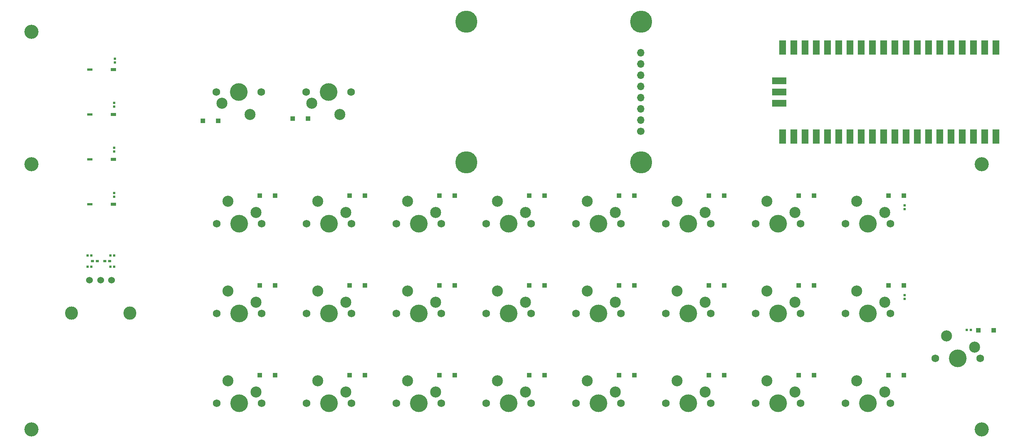
<source format=gbr>
%TF.GenerationSoftware,KiCad,Pcbnew,7.0.5-0*%
%TF.CreationDate,2023-10-31T21:53:37+01:00*%
%TF.ProjectId,20231027_vm-1_prototyp,32303233-3130-4323-975f-766d2d315f70,rev?*%
%TF.SameCoordinates,Original*%
%TF.FileFunction,Soldermask,Top*%
%TF.FilePolarity,Negative*%
%FSLAX46Y46*%
G04 Gerber Fmt 4.6, Leading zero omitted, Abs format (unit mm)*
G04 Created by KiCad (PCBNEW 7.0.5-0) date 2023-10-31 21:53:37*
%MOMM*%
%LPD*%
G01*
G04 APERTURE LIST*
%ADD10C,3.200000*%
%ADD11C,2.500000*%
%ADD12C,1.750000*%
%ADD13C,4.000000*%
%ADD14R,1.100000X1.000000*%
%ADD15R,0.565659X0.540005*%
%ADD16R,0.540005X0.565659*%
%ADD17R,0.790094X0.540005*%
%ADD18R,1.300000X0.600000*%
%ADD19R,1.300000X0.700000*%
%ADD20R,1.600000X3.200000*%
%ADD21R,3.200000X1.600000*%
%ADD22C,1.524000*%
%ADD23O,2.900000X3.000000*%
%ADD24C,5.000000*%
%ADD25C,1.700000*%
%ADD26O,1.700000X1.700000*%
G04 APERTURE END LIST*
D10*
%TO.C,H5*%
X40000000Y-60000000D03*
%TD*%
%TO.C,H4*%
X255000000Y-90000000D03*
%TD*%
%TO.C,H3*%
X255000000Y-150000000D03*
%TD*%
%TO.C,H2*%
X40000000Y-150000000D03*
%TD*%
%TO.C,H1*%
X40000000Y-90000000D03*
%TD*%
D11*
%TO.C,SW27*%
X89408000Y-78740000D03*
X83058000Y-76200000D03*
D12*
X91948000Y-73660000D03*
D13*
X86868000Y-73660000D03*
D12*
X81788000Y-73660000D03*
%TD*%
D14*
%TO.C,U1*%
X95079950Y-117475000D03*
X91610050Y-117475000D03*
%TD*%
%TO.C,U10*%
X156039950Y-117475000D03*
X152570050Y-117475000D03*
%TD*%
%TO.C,U9*%
X156039950Y-97155000D03*
X152570050Y-97155000D03*
%TD*%
D15*
%TO.C,R2*%
X57837830Y-113163000D03*
X58703464Y-113163000D03*
%TD*%
D14*
%TO.C,U28*%
X254170050Y-127635000D03*
X257639950Y-127635000D03*
%TD*%
D15*
%TO.C,R3*%
X52654196Y-110623000D03*
X53519830Y-110623000D03*
%TD*%
D14*
%TO.C,U13*%
X176359950Y-117475000D03*
X172890050Y-117475000D03*
%TD*%
%TO.C,U2*%
X95079950Y-137795000D03*
X91610050Y-137795000D03*
%TD*%
D15*
%TO.C,R4*%
X58703464Y-110623000D03*
X57837830Y-110623000D03*
%TD*%
D16*
%TO.C,R9*%
X237490000Y-100179634D03*
X237490000Y-99314000D03*
%TD*%
D14*
%TO.C,U6*%
X135719950Y-97155000D03*
X132250050Y-97155000D03*
%TD*%
D17*
%TO.C,C2*%
X56567830Y-111893000D03*
X57658000Y-111893000D03*
%TD*%
D16*
%TO.C,R8*%
X58674000Y-96520000D03*
X58674000Y-97385634D03*
%TD*%
D14*
%TO.C,U8*%
X135719950Y-137795000D03*
X132250050Y-137795000D03*
%TD*%
D15*
%TO.C,R11*%
X251610366Y-127508000D03*
X252476000Y-127508000D03*
%TD*%
D14*
%TO.C,U20*%
X216999950Y-137795000D03*
X213530050Y-137795000D03*
%TD*%
D18*
%TO.C,U31*%
X53179975Y-88900000D03*
D19*
X58580025Y-88900000D03*
%TD*%
D14*
%TO.C,U4*%
X115399950Y-117475000D03*
X111930050Y-117475000D03*
%TD*%
D15*
%TO.C,R1*%
X53519830Y-113163000D03*
X52654196Y-113163000D03*
%TD*%
D16*
%TO.C,R7*%
X58674000Y-86256366D03*
X58674000Y-87122000D03*
%TD*%
D18*
%TO.C,U30*%
X53179975Y-78740000D03*
D19*
X58580025Y-78740000D03*
%TD*%
D14*
%TO.C,U7*%
X135719950Y-117475000D03*
X132250050Y-117475000D03*
%TD*%
%TO.C,U22*%
X237319950Y-117475000D03*
X233850050Y-117475000D03*
%TD*%
%TO.C,U26*%
X78783050Y-80180000D03*
X82252950Y-80180000D03*
%TD*%
D16*
%TO.C,R10*%
X237490000Y-120499634D03*
X237490000Y-119634000D03*
%TD*%
D14*
%TO.C,U25*%
X95079950Y-97155000D03*
X91610050Y-97155000D03*
%TD*%
D16*
%TO.C,R6*%
X58674000Y-76096366D03*
X58674000Y-76962000D03*
%TD*%
D14*
%TO.C,U21*%
X237319950Y-97155000D03*
X233850050Y-97155000D03*
%TD*%
%TO.C,U18*%
X216999950Y-97155000D03*
X213530050Y-97155000D03*
%TD*%
D18*
%TO.C,U29*%
X53179975Y-68580000D03*
D19*
X58580025Y-68580000D03*
%TD*%
D14*
%TO.C,U17*%
X196679950Y-137795000D03*
X193210050Y-137795000D03*
%TD*%
%TO.C,U23*%
X237319950Y-137795000D03*
X233850050Y-137795000D03*
%TD*%
%TO.C,U14*%
X176359950Y-137795000D03*
X172890050Y-137795000D03*
%TD*%
D18*
%TO.C,U32*%
X53179975Y-99060000D03*
D19*
X58580025Y-99060000D03*
%TD*%
D14*
%TO.C,U12*%
X176359950Y-97155000D03*
X172890050Y-97155000D03*
%TD*%
D20*
%TO.C,U27*%
X258210048Y-63572624D03*
X255670043Y-63572624D03*
X253130038Y-63572624D03*
X250590033Y-63572624D03*
X248050028Y-63572624D03*
X245510023Y-63572624D03*
X242970018Y-63572624D03*
X240430013Y-63572624D03*
X237890008Y-63572624D03*
X235350003Y-63572624D03*
X232809997Y-63572624D03*
X230269992Y-63572624D03*
X227729987Y-63572624D03*
X225189982Y-63572624D03*
X222649977Y-63572624D03*
X220109972Y-63572624D03*
X217569967Y-63572624D03*
X215029962Y-63572624D03*
X212489957Y-63572624D03*
X209949952Y-63572624D03*
X209949952Y-83747376D03*
X212489957Y-83747376D03*
X215029962Y-83747376D03*
X217569967Y-83747376D03*
X220109972Y-83747376D03*
X222649977Y-83747376D03*
X225189982Y-83747376D03*
X227729987Y-83747376D03*
X230269992Y-83747376D03*
X232809997Y-83747376D03*
X235350003Y-83747376D03*
X237890008Y-83747376D03*
X240430013Y-83747376D03*
X242970018Y-83747376D03*
X245510023Y-83747376D03*
X248050028Y-83747376D03*
X250590033Y-83747376D03*
X253130038Y-83747376D03*
X255670043Y-83747376D03*
X258210048Y-83747376D03*
D21*
X209149952Y-71119995D03*
X209149952Y-73660000D03*
X209149952Y-76200005D03*
%TD*%
D14*
%TO.C,U11*%
X156039950Y-137795000D03*
X152570050Y-137795000D03*
%TD*%
D17*
%TO.C,C1*%
X54864000Y-111893000D03*
X53773830Y-111893000D03*
%TD*%
D14*
%TO.C,U3*%
X115399950Y-97155000D03*
X111930050Y-97155000D03*
%TD*%
%TO.C,U19*%
X216999950Y-117475000D03*
X213530050Y-117475000D03*
%TD*%
%TO.C,U16*%
X196679950Y-117475000D03*
X193210050Y-117475000D03*
%TD*%
D16*
%TO.C,R5*%
X58867050Y-66980817D03*
X58867050Y-66115183D03*
%TD*%
D14*
%TO.C,U15*%
X196679950Y-97155000D03*
X193210050Y-97155000D03*
%TD*%
%TO.C,U5*%
X115399950Y-137795000D03*
X111930050Y-137795000D03*
%TD*%
%TO.C,U24*%
X102572950Y-79715000D03*
X99103050Y-79715000D03*
%TD*%
D12*
%TO.C,SW28*%
X254635000Y-133985000D03*
D13*
X249555000Y-133985000D03*
D12*
X244475000Y-133985000D03*
D11*
X253365000Y-131445000D03*
X247015000Y-128905000D03*
%TD*%
D12*
%TO.C,SW20*%
X213995000Y-123825000D03*
D13*
X208915000Y-123825000D03*
D12*
X203835000Y-123825000D03*
D11*
X212725000Y-121285000D03*
X206375000Y-118745000D03*
%TD*%
D12*
%TO.C,SW16*%
X193675000Y-103505000D03*
D13*
X188595000Y-103505000D03*
D12*
X183515000Y-103505000D03*
D11*
X192405000Y-100965000D03*
X186055000Y-98425000D03*
%TD*%
D12*
%TO.C,SW24*%
X234315000Y-144145000D03*
D13*
X229235000Y-144145000D03*
D12*
X224155000Y-144145000D03*
D11*
X233045000Y-141605000D03*
X226695000Y-139065000D03*
%TD*%
D12*
%TO.C,SW9*%
X132715000Y-144145000D03*
D13*
X127635000Y-144145000D03*
D12*
X122555000Y-144145000D03*
D11*
X131445000Y-141605000D03*
X125095000Y-139065000D03*
%TD*%
D22*
%TO.C,SW25*%
X53126000Y-116211000D03*
X58126000Y-116211000D03*
X55626000Y-116211000D03*
D23*
X62226000Y-123711000D03*
X49026000Y-123711000D03*
%TD*%
D12*
%TO.C,SW15*%
X173355000Y-144145000D03*
D13*
X168275000Y-144145000D03*
D12*
X163195000Y-144145000D03*
D11*
X172085000Y-141605000D03*
X165735000Y-139065000D03*
%TD*%
D12*
%TO.C,SW2*%
X92075000Y-123825000D03*
D13*
X86995000Y-123825000D03*
D12*
X81915000Y-123825000D03*
D11*
X90805000Y-121285000D03*
X84455000Y-118745000D03*
%TD*%
D12*
%TO.C,SW7*%
X132715000Y-103505000D03*
D13*
X127635000Y-103505000D03*
D12*
X122555000Y-103505000D03*
D11*
X131445000Y-100965000D03*
X125095000Y-98425000D03*
%TD*%
D12*
%TO.C,SW11*%
X153035000Y-123825000D03*
D13*
X147955000Y-123825000D03*
D12*
X142875000Y-123825000D03*
D11*
X151765000Y-121285000D03*
X145415000Y-118745000D03*
%TD*%
D12*
%TO.C,SW8*%
X132715000Y-123825000D03*
D13*
X127635000Y-123825000D03*
D12*
X122555000Y-123825000D03*
D11*
X131445000Y-121285000D03*
X125095000Y-118745000D03*
%TD*%
D12*
%TO.C,SW12*%
X153035000Y-144145000D03*
D13*
X147955000Y-144145000D03*
D12*
X142875000Y-144145000D03*
D11*
X151765000Y-141605000D03*
X145415000Y-139065000D03*
%TD*%
D12*
%TO.C,SW1*%
X92075000Y-103505000D03*
D13*
X86995000Y-103505000D03*
D12*
X81915000Y-103505000D03*
D11*
X90805000Y-100965000D03*
X84455000Y-98425000D03*
%TD*%
D12*
%TO.C,SW17*%
X193675000Y-123825000D03*
D13*
X188595000Y-123825000D03*
D12*
X183515000Y-123825000D03*
D11*
X192405000Y-121285000D03*
X186055000Y-118745000D03*
%TD*%
D12*
%TO.C,SW10*%
X153035000Y-103505000D03*
D13*
X147955000Y-103505000D03*
D12*
X142875000Y-103505000D03*
D11*
X151765000Y-100965000D03*
X145415000Y-98425000D03*
%TD*%
D12*
%TO.C,SW22*%
X234315000Y-103505000D03*
D13*
X229235000Y-103505000D03*
D12*
X224155000Y-103505000D03*
D11*
X233045000Y-100965000D03*
X226695000Y-98425000D03*
%TD*%
D12*
%TO.C,SW14*%
X173355000Y-123825000D03*
D13*
X168275000Y-123825000D03*
D12*
X163195000Y-123825000D03*
D11*
X172085000Y-121285000D03*
X165735000Y-118745000D03*
%TD*%
D12*
%TO.C,SW6*%
X112395000Y-144145000D03*
D13*
X107315000Y-144145000D03*
D12*
X102235000Y-144145000D03*
D11*
X111125000Y-141605000D03*
X104775000Y-139065000D03*
%TD*%
D24*
%TO.C,J2*%
X177880000Y-89610000D03*
X177880000Y-57710000D03*
X138380000Y-89610000D03*
X138380000Y-57710000D03*
D25*
X177820000Y-82550000D03*
D26*
X177820000Y-80010000D03*
X177820000Y-77470000D03*
X177820000Y-74930000D03*
X177820000Y-72390000D03*
X177820000Y-69850000D03*
X177820000Y-67310000D03*
X177820000Y-64770000D03*
%TD*%
D12*
%TO.C,SW21*%
X213995000Y-144145000D03*
D13*
X208915000Y-144145000D03*
D12*
X203835000Y-144145000D03*
D11*
X212725000Y-141605000D03*
X206375000Y-139065000D03*
%TD*%
%TO.C,SW26*%
X109728000Y-78740000D03*
X103378000Y-76200000D03*
D12*
X112268000Y-73660000D03*
D13*
X107188000Y-73660000D03*
D12*
X102108000Y-73660000D03*
%TD*%
%TO.C,SW4*%
X112395000Y-103505000D03*
D13*
X107315000Y-103505000D03*
D12*
X102235000Y-103505000D03*
D11*
X111125000Y-100965000D03*
X104775000Y-98425000D03*
%TD*%
D12*
%TO.C,SW19*%
X213995000Y-103505000D03*
D13*
X208915000Y-103505000D03*
D12*
X203835000Y-103505000D03*
D11*
X212725000Y-100965000D03*
X206375000Y-98425000D03*
%TD*%
D12*
%TO.C,SW5*%
X112395000Y-123825000D03*
D13*
X107315000Y-123825000D03*
D12*
X102235000Y-123825000D03*
D11*
X111125000Y-121285000D03*
X104775000Y-118745000D03*
%TD*%
D12*
%TO.C,SW23*%
X234315000Y-123825000D03*
D13*
X229235000Y-123825000D03*
D12*
X224155000Y-123825000D03*
D11*
X233045000Y-121285000D03*
X226695000Y-118745000D03*
%TD*%
D12*
%TO.C,SW13*%
X173355000Y-103505000D03*
D13*
X168275000Y-103505000D03*
D12*
X163195000Y-103505000D03*
D11*
X172085000Y-100965000D03*
X165735000Y-98425000D03*
%TD*%
D12*
%TO.C,SW3*%
X92075000Y-144145000D03*
D13*
X86995000Y-144145000D03*
D12*
X81915000Y-144145000D03*
D11*
X90805000Y-141605000D03*
X84455000Y-139065000D03*
%TD*%
D12*
%TO.C,SW18*%
X193675000Y-144145000D03*
D13*
X188595000Y-144145000D03*
D12*
X183515000Y-144145000D03*
D11*
X192405000Y-141605000D03*
X186055000Y-139065000D03*
%TD*%
M02*

</source>
